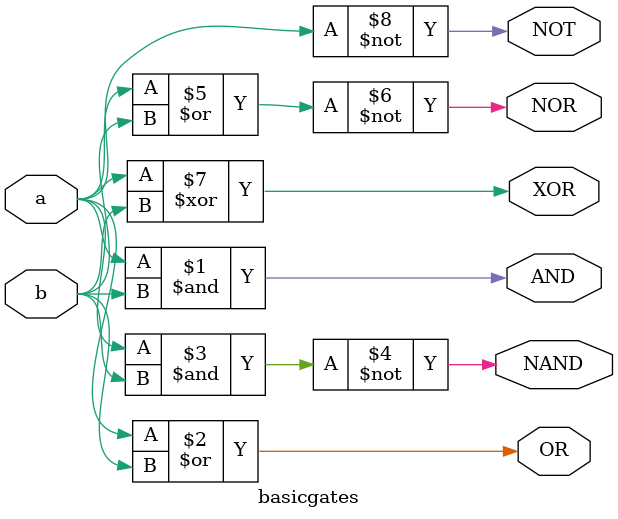
<source format=v>
`timescale 1ns / 1ps
module basicgates(AND, OR, NOT, NAND, NOR, XOR, a, b);
    output AND;
    output OR;
    output NOT;
    output NAND;
    output NOR;
    output XOR;
    input a;
    input b;
	 
  and g1(AND,a,b);
  or g2(OR,a,b);
  not g3(NOT,a);
  nand g4(NAND,a,b);
  nor g5(NOR,a,b);
  xor g6(XOR,a,b);


endmodule

</source>
